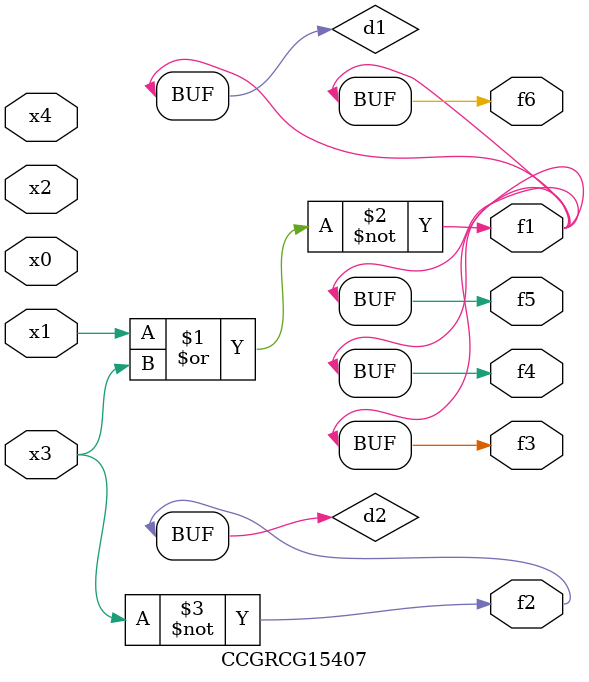
<source format=v>
module CCGRCG15407(
	input x0, x1, x2, x3, x4,
	output f1, f2, f3, f4, f5, f6
);

	wire d1, d2;

	nor (d1, x1, x3);
	not (d2, x3);
	assign f1 = d1;
	assign f2 = d2;
	assign f3 = d1;
	assign f4 = d1;
	assign f5 = d1;
	assign f6 = d1;
endmodule

</source>
